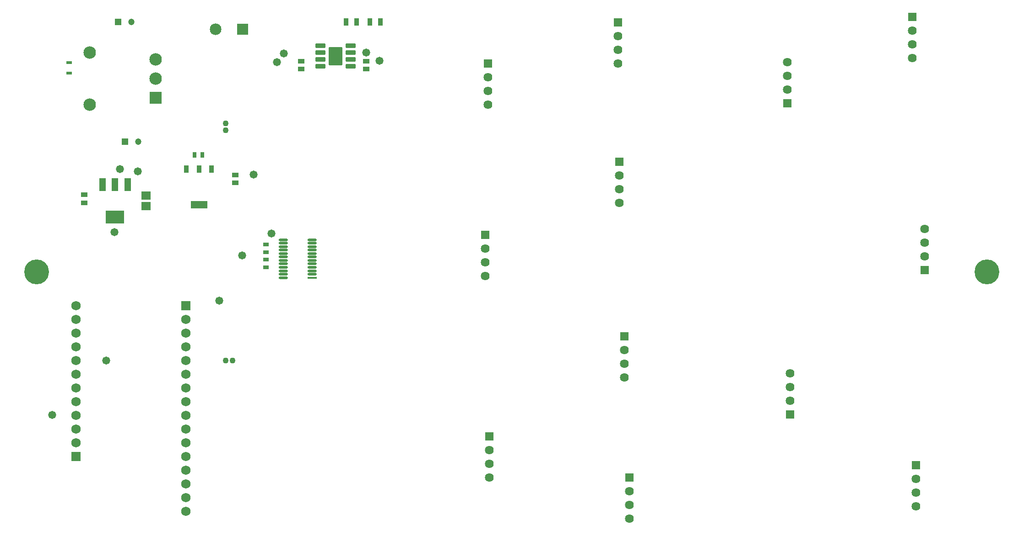
<source format=gts>
G04*
G04 #@! TF.GenerationSoftware,Altium Limited,Altium Designer,24.7.2 (38)*
G04*
G04 Layer_Color=8388736*
%FSLAX44Y44*%
%MOMM*%
G71*
G04*
G04 #@! TF.SameCoordinates,47DF3F7B-CD24-4F9F-A129-F279A797EA3D*
G04*
G04*
G04 #@! TF.FilePolarity,Negative*
G04*
G01*
G75*
%ADD18R,1.2621X0.9578*%
%ADD22R,0.9500X1.4500*%
%ADD25R,1.0500X0.6000*%
%ADD28R,0.8890X1.4732*%
%ADD29R,3.1496X1.4732*%
%ADD30R,1.7032X1.6032*%
%ADD31R,1.2032X2.4032*%
%ADD32R,3.5032X2.4032*%
G04:AMPARAMS|DCode=33|XSize=0.8532mm|YSize=1.8532mm|CornerRadius=0.1504mm|HoleSize=0mm|Usage=FLASHONLY|Rotation=90.000|XOffset=0mm|YOffset=0mm|HoleType=Round|Shape=RoundedRectangle|*
%AMROUNDEDRECTD33*
21,1,0.8532,1.5525,0,0,90.0*
21,1,0.5525,1.8532,0,0,90.0*
1,1,0.3007,0.7763,0.2763*
1,1,0.3007,0.7763,-0.2763*
1,1,0.3007,-0.7763,-0.2763*
1,1,0.3007,-0.7763,0.2763*
%
%ADD33ROUNDEDRECTD33*%
G04:AMPARAMS|DCode=34|XSize=2.6032mm|YSize=3.3032mm|CornerRadius=0.1496mm|HoleSize=0mm|Usage=FLASHONLY|Rotation=0.000|XOffset=0mm|YOffset=0mm|HoleType=Round|Shape=RoundedRectangle|*
%AMROUNDEDRECTD34*
21,1,2.6032,3.0040,0,0,0.0*
21,1,2.3040,3.3032,0,0,0.0*
1,1,0.2992,1.1520,-1.5020*
1,1,0.2992,-1.1520,-1.5020*
1,1,0.2992,-1.1520,1.5020*
1,1,0.2992,1.1520,1.5020*
%
%ADD34ROUNDEDRECTD34*%
%ADD35R,1.0016X0.7016*%
%ADD36R,0.7016X1.0016*%
%ADD37O,1.7000X0.4600*%
%ADD38R,1.7000X0.4600*%
%ADD39C,2.1532*%
%ADD40R,2.1532X2.1532*%
%ADD41C,1.1016*%
%ADD42C,1.6256*%
%ADD43R,1.6256X1.6256*%
%ADD44C,4.6016*%
%ADD45R,1.2000X1.2000*%
%ADD46C,1.2000*%
%ADD47C,1.7332*%
%ADD48R,1.7332X1.7332*%
%ADD49R,2.3032X2.3032*%
%ADD50C,2.3032*%
%ADD51C,1.4732*%
D18*
X1781810Y4268122D02*
D03*
Y4253578D02*
D03*
X2303780Y4501228D02*
D03*
Y4515772D02*
D03*
X2183130D02*
D03*
Y4501228D02*
D03*
X2061210Y4304952D02*
D03*
Y4290408D02*
D03*
D22*
X2330040Y4588510D02*
D03*
X2310540D02*
D03*
X2286000D02*
D03*
X2266500D02*
D03*
D25*
X1753870Y4512920D02*
D03*
Y4493920D02*
D03*
D28*
X2017040Y4315460D02*
D03*
X1994040D02*
D03*
X1971040D02*
D03*
D29*
X1994040Y4250182D02*
D03*
D30*
X1896110Y4247540D02*
D03*
Y4266540D02*
D03*
D31*
X1861960Y4287040D02*
D03*
X1838960D02*
D03*
X1815960D02*
D03*
D32*
X1838960Y4227040D02*
D03*
D33*
X2274880Y4505960D02*
D03*
Y4518660D02*
D03*
Y4531360D02*
D03*
Y4544060D02*
D03*
X2218380Y4505960D02*
D03*
Y4518660D02*
D03*
Y4531360D02*
D03*
Y4544060D02*
D03*
D34*
X2246630Y4525010D02*
D03*
D35*
X2118360Y4133850D02*
D03*
Y4147820D02*
D03*
Y4175760D02*
D03*
Y4161790D02*
D03*
D36*
X2000250Y4342130D02*
D03*
X1986280D02*
D03*
D37*
X2150110Y4184700D02*
D03*
Y4178340D02*
D03*
Y4171980D02*
D03*
Y4165620D02*
D03*
Y4159260D02*
D03*
Y4152900D02*
D03*
Y4146540D02*
D03*
Y4140180D02*
D03*
Y4133820D02*
D03*
Y4127460D02*
D03*
Y4121100D02*
D03*
Y4114740D02*
D03*
X2203210Y4184700D02*
D03*
Y4178340D02*
D03*
Y4171980D02*
D03*
Y4165620D02*
D03*
Y4159260D02*
D03*
Y4152900D02*
D03*
Y4146540D02*
D03*
Y4140180D02*
D03*
Y4133820D02*
D03*
Y4127460D02*
D03*
Y4121100D02*
D03*
D38*
Y4114740D02*
D03*
D39*
X2024780Y4574540D02*
D03*
D40*
X2074780D02*
D03*
D41*
X2055930Y3961130D02*
D03*
X2043430D02*
D03*
X2043630Y4388050D02*
D03*
Y4400550D02*
D03*
D42*
X2528570Y4434840D02*
D03*
Y4460240D02*
D03*
Y4485640D02*
D03*
X2771200Y4253275D02*
D03*
Y4278676D02*
D03*
Y4304076D02*
D03*
X3087370Y3886200D02*
D03*
Y3911600D02*
D03*
Y3937000D02*
D03*
X3336290Y4154170D02*
D03*
Y4179570D02*
D03*
Y4204970D02*
D03*
X2790190Y3667760D02*
D03*
Y3693160D02*
D03*
Y3718560D02*
D03*
X2768660Y4511086D02*
D03*
Y4536486D02*
D03*
Y4561885D02*
D03*
X3313430Y4521200D02*
D03*
Y4546600D02*
D03*
Y4572000D02*
D03*
X2531110Y3794760D02*
D03*
Y3769360D02*
D03*
Y3743960D02*
D03*
X2523490Y4168140D02*
D03*
Y4142740D02*
D03*
Y4117340D02*
D03*
X2781300Y3929380D02*
D03*
Y3954780D02*
D03*
Y3980180D02*
D03*
X3319840Y3690666D02*
D03*
Y3716065D02*
D03*
Y3741465D02*
D03*
X3082290Y4513580D02*
D03*
Y4488180D02*
D03*
Y4462780D02*
D03*
D43*
X2528570Y4511040D02*
D03*
X2771200Y4329475D02*
D03*
X3087370Y3860800D02*
D03*
X3336290Y4128770D02*
D03*
X2790190Y3743960D02*
D03*
X2768660Y4587285D02*
D03*
X3313430Y4597400D02*
D03*
X2531110Y3820160D02*
D03*
X2523490Y4193540D02*
D03*
X2781300Y4005580D02*
D03*
X3319840Y3766866D02*
D03*
X3082290Y4437380D02*
D03*
D44*
X1694180Y4124960D02*
D03*
X3451860D02*
D03*
D45*
X1856940Y4366260D02*
D03*
X1844440Y4588510D02*
D03*
D46*
X1881940Y4366260D02*
D03*
X1869440Y4588510D02*
D03*
D47*
X1969770Y4037330D02*
D03*
Y3834130D02*
D03*
Y3808730D02*
D03*
Y3783330D02*
D03*
Y3707130D02*
D03*
Y3732530D02*
D03*
Y3757930D02*
D03*
Y3681730D02*
D03*
X1766570Y4062730D02*
D03*
Y4037330D02*
D03*
Y4011930D02*
D03*
Y3808730D02*
D03*
Y3834130D02*
D03*
Y3859530D02*
D03*
Y3884930D02*
D03*
Y3910330D02*
D03*
Y3935730D02*
D03*
Y3961130D02*
D03*
Y3986530D02*
D03*
X1969770Y4011930D02*
D03*
Y3986530D02*
D03*
Y3961130D02*
D03*
Y3935730D02*
D03*
Y3910330D02*
D03*
Y3884930D02*
D03*
Y3859530D02*
D03*
D48*
Y4062730D02*
D03*
X1766570Y3783330D02*
D03*
D49*
X1913870Y4447510D02*
D03*
D50*
Y4483110D02*
D03*
Y4518710D02*
D03*
X1791970Y4531360D02*
D03*
Y4434860D02*
D03*
D51*
X1722755Y3860165D02*
D03*
X1880870Y4311650D02*
D03*
X1837690Y4198620D02*
D03*
X1847850Y4315460D02*
D03*
X2327910Y4516120D02*
D03*
X2303780Y4531360D02*
D03*
X2138680Y4513580D02*
D03*
X2151380Y4530090D02*
D03*
X2073910Y4155440D02*
D03*
X2128520Y4196080D02*
D03*
X2095500Y4305300D02*
D03*
X1822450Y3961130D02*
D03*
X2032000Y4071620D02*
D03*
M02*

</source>
